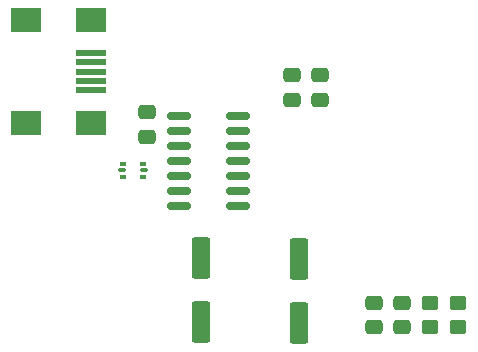
<source format=gbr>
%TF.GenerationSoftware,KiCad,Pcbnew,8.0.5*%
%TF.CreationDate,2024-10-10T09:02:53+02:00*%
%TF.ProjectId,USB-Extender_v1,5553422d-4578-4746-956e-6465725f7631,rev?*%
%TF.SameCoordinates,Original*%
%TF.FileFunction,Paste,Top*%
%TF.FilePolarity,Positive*%
%FSLAX46Y46*%
G04 Gerber Fmt 4.6, Leading zero omitted, Abs format (unit mm)*
G04 Created by KiCad (PCBNEW 8.0.5) date 2024-10-10 09:02:53*
%MOMM*%
%LPD*%
G01*
G04 APERTURE LIST*
G04 Aperture macros list*
%AMRoundRect*
0 Rectangle with rounded corners*
0 $1 Rounding radius*
0 $2 $3 $4 $5 $6 $7 $8 $9 X,Y pos of 4 corners*
0 Add a 4 corners polygon primitive as box body*
4,1,4,$2,$3,$4,$5,$6,$7,$8,$9,$2,$3,0*
0 Add four circle primitives for the rounded corners*
1,1,$1+$1,$2,$3*
1,1,$1+$1,$4,$5*
1,1,$1+$1,$6,$7*
1,1,$1+$1,$8,$9*
0 Add four rect primitives between the rounded corners*
20,1,$1+$1,$2,$3,$4,$5,0*
20,1,$1+$1,$4,$5,$6,$7,0*
20,1,$1+$1,$6,$7,$8,$9,0*
20,1,$1+$1,$8,$9,$2,$3,0*%
G04 Aperture macros list end*
%ADD10RoundRect,0.250000X-0.475000X0.337500X-0.475000X-0.337500X0.475000X-0.337500X0.475000X0.337500X0*%
%ADD11RoundRect,0.250000X0.550000X-1.500000X0.550000X1.500000X-0.550000X1.500000X-0.550000X-1.500000X0*%
%ADD12RoundRect,0.250000X-0.450000X0.350000X-0.450000X-0.350000X0.450000X-0.350000X0.450000X0.350000X0*%
%ADD13R,2.500000X0.500000*%
%ADD14R,2.500000X2.000000*%
%ADD15RoundRect,0.150000X0.825000X0.150000X-0.825000X0.150000X-0.825000X-0.150000X0.825000X-0.150000X0*%
%ADD16RoundRect,0.250000X0.475000X-0.337500X0.475000X0.337500X-0.475000X0.337500X-0.475000X-0.337500X0*%
%ADD17RoundRect,0.093750X-0.156250X-0.093750X0.156250X-0.093750X0.156250X0.093750X-0.156250X0.093750X0*%
%ADD18RoundRect,0.075000X-0.250000X-0.075000X0.250000X-0.075000X0.250000X0.075000X-0.250000X0.075000X0*%
G04 APERTURE END LIST*
D10*
%TO.C,C2*%
X128270000Y-65387400D03*
X128270000Y-67462400D03*
%TD*%
%TO.C,C1*%
X135229600Y-84664800D03*
X135229600Y-86739800D03*
%TD*%
D11*
%TO.C,C6*%
X126492000Y-86360000D03*
X126492000Y-80960000D03*
%TD*%
D10*
%TO.C,C4*%
X132867400Y-84664800D03*
X132867400Y-86739800D03*
%TD*%
%TO.C,C3*%
X125882400Y-65408900D03*
X125882400Y-67483900D03*
%TD*%
D12*
%TO.C,R1*%
X139954000Y-84683600D03*
X139954000Y-86683600D03*
%TD*%
D13*
%TO.C,J3*%
X108882600Y-63474800D03*
X108882600Y-64274800D03*
X108882600Y-65074800D03*
X108882600Y-65874800D03*
X108882600Y-66674800D03*
D14*
X108882600Y-60674800D03*
X103382600Y-60674800D03*
X108882600Y-69474800D03*
X103382600Y-69474800D03*
%TD*%
D15*
%TO.C,U1*%
X121310400Y-76454000D03*
X121310400Y-75184000D03*
X121310400Y-73914000D03*
X121310400Y-72644000D03*
X121310400Y-71374000D03*
X121310400Y-70104000D03*
X121310400Y-68834000D03*
X116360400Y-68834000D03*
X116360400Y-70104000D03*
X116360400Y-71374000D03*
X116360400Y-72644000D03*
X116360400Y-73914000D03*
X116360400Y-75184000D03*
X116360400Y-76454000D03*
%TD*%
D12*
%TO.C,R2*%
X137617200Y-84683600D03*
X137617200Y-86683600D03*
%TD*%
D16*
%TO.C,C7*%
X113588800Y-70612000D03*
X113588800Y-68537000D03*
%TD*%
D17*
%TO.C,U2*%
X111584000Y-72898000D03*
D18*
X111509000Y-73435500D03*
D17*
X111584000Y-73973000D03*
X113284000Y-73973000D03*
D18*
X113359000Y-73435500D03*
D17*
X113284000Y-72898000D03*
%TD*%
D11*
%TO.C,C5*%
X118160800Y-86301600D03*
X118160800Y-80901600D03*
%TD*%
M02*

</source>
